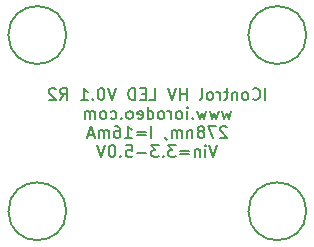
<source format=gbo>
%TF.GenerationSoftware,KiCad,Pcbnew,7.0.10-7.0.10~ubuntu22.04.1*%
%TF.CreationDate,2024-06-21T11:37:20-07:00*%
%TF.ProjectId,278nm_ELUC3535NUB_16mA,3237386e-6d5f-4454-9c55-43333533354e,rev?*%
%TF.SameCoordinates,Original*%
%TF.FileFunction,Legend,Bot*%
%TF.FilePolarity,Positive*%
%FSLAX46Y46*%
G04 Gerber Fmt 4.6, Leading zero omitted, Abs format (unit mm)*
G04 Created by KiCad (PCBNEW 7.0.10-7.0.10~ubuntu22.04.1) date 2024-06-21 11:37:20*
%MOMM*%
%LPD*%
G01*
G04 APERTURE LIST*
%ADD10C,0.150000*%
G04 APERTURE END LIST*
D10*
X71842857Y-58039819D02*
X71842857Y-57039819D01*
X70795239Y-57944580D02*
X70842858Y-57992200D01*
X70842858Y-57992200D02*
X70985715Y-58039819D01*
X70985715Y-58039819D02*
X71080953Y-58039819D01*
X71080953Y-58039819D02*
X71223810Y-57992200D01*
X71223810Y-57992200D02*
X71319048Y-57896961D01*
X71319048Y-57896961D02*
X71366667Y-57801723D01*
X71366667Y-57801723D02*
X71414286Y-57611247D01*
X71414286Y-57611247D02*
X71414286Y-57468390D01*
X71414286Y-57468390D02*
X71366667Y-57277914D01*
X71366667Y-57277914D02*
X71319048Y-57182676D01*
X71319048Y-57182676D02*
X71223810Y-57087438D01*
X71223810Y-57087438D02*
X71080953Y-57039819D01*
X71080953Y-57039819D02*
X70985715Y-57039819D01*
X70985715Y-57039819D02*
X70842858Y-57087438D01*
X70842858Y-57087438D02*
X70795239Y-57135057D01*
X70223810Y-58039819D02*
X70319048Y-57992200D01*
X70319048Y-57992200D02*
X70366667Y-57944580D01*
X70366667Y-57944580D02*
X70414286Y-57849342D01*
X70414286Y-57849342D02*
X70414286Y-57563628D01*
X70414286Y-57563628D02*
X70366667Y-57468390D01*
X70366667Y-57468390D02*
X70319048Y-57420771D01*
X70319048Y-57420771D02*
X70223810Y-57373152D01*
X70223810Y-57373152D02*
X70080953Y-57373152D01*
X70080953Y-57373152D02*
X69985715Y-57420771D01*
X69985715Y-57420771D02*
X69938096Y-57468390D01*
X69938096Y-57468390D02*
X69890477Y-57563628D01*
X69890477Y-57563628D02*
X69890477Y-57849342D01*
X69890477Y-57849342D02*
X69938096Y-57944580D01*
X69938096Y-57944580D02*
X69985715Y-57992200D01*
X69985715Y-57992200D02*
X70080953Y-58039819D01*
X70080953Y-58039819D02*
X70223810Y-58039819D01*
X69461905Y-57373152D02*
X69461905Y-58039819D01*
X69461905Y-57468390D02*
X69414286Y-57420771D01*
X69414286Y-57420771D02*
X69319048Y-57373152D01*
X69319048Y-57373152D02*
X69176191Y-57373152D01*
X69176191Y-57373152D02*
X69080953Y-57420771D01*
X69080953Y-57420771D02*
X69033334Y-57516009D01*
X69033334Y-57516009D02*
X69033334Y-58039819D01*
X68700000Y-57373152D02*
X68319048Y-57373152D01*
X68557143Y-57039819D02*
X68557143Y-57896961D01*
X68557143Y-57896961D02*
X68509524Y-57992200D01*
X68509524Y-57992200D02*
X68414286Y-58039819D01*
X68414286Y-58039819D02*
X68319048Y-58039819D01*
X67985714Y-58039819D02*
X67985714Y-57373152D01*
X67985714Y-57563628D02*
X67938095Y-57468390D01*
X67938095Y-57468390D02*
X67890476Y-57420771D01*
X67890476Y-57420771D02*
X67795238Y-57373152D01*
X67795238Y-57373152D02*
X67700000Y-57373152D01*
X67223809Y-58039819D02*
X67319047Y-57992200D01*
X67319047Y-57992200D02*
X67366666Y-57944580D01*
X67366666Y-57944580D02*
X67414285Y-57849342D01*
X67414285Y-57849342D02*
X67414285Y-57563628D01*
X67414285Y-57563628D02*
X67366666Y-57468390D01*
X67366666Y-57468390D02*
X67319047Y-57420771D01*
X67319047Y-57420771D02*
X67223809Y-57373152D01*
X67223809Y-57373152D02*
X67080952Y-57373152D01*
X67080952Y-57373152D02*
X66985714Y-57420771D01*
X66985714Y-57420771D02*
X66938095Y-57468390D01*
X66938095Y-57468390D02*
X66890476Y-57563628D01*
X66890476Y-57563628D02*
X66890476Y-57849342D01*
X66890476Y-57849342D02*
X66938095Y-57944580D01*
X66938095Y-57944580D02*
X66985714Y-57992200D01*
X66985714Y-57992200D02*
X67080952Y-58039819D01*
X67080952Y-58039819D02*
X67223809Y-58039819D01*
X66319047Y-58039819D02*
X66414285Y-57992200D01*
X66414285Y-57992200D02*
X66461904Y-57896961D01*
X66461904Y-57896961D02*
X66461904Y-57039819D01*
X65176189Y-58039819D02*
X65176189Y-57039819D01*
X65176189Y-57516009D02*
X64604761Y-57516009D01*
X64604761Y-58039819D02*
X64604761Y-57039819D01*
X64271427Y-57039819D02*
X63938094Y-58039819D01*
X63938094Y-58039819D02*
X63604761Y-57039819D01*
X62033332Y-58039819D02*
X62509522Y-58039819D01*
X62509522Y-58039819D02*
X62509522Y-57039819D01*
X61699998Y-57516009D02*
X61366665Y-57516009D01*
X61223808Y-58039819D02*
X61699998Y-58039819D01*
X61699998Y-58039819D02*
X61699998Y-57039819D01*
X61699998Y-57039819D02*
X61223808Y-57039819D01*
X60795236Y-58039819D02*
X60795236Y-57039819D01*
X60795236Y-57039819D02*
X60557141Y-57039819D01*
X60557141Y-57039819D02*
X60414284Y-57087438D01*
X60414284Y-57087438D02*
X60319046Y-57182676D01*
X60319046Y-57182676D02*
X60271427Y-57277914D01*
X60271427Y-57277914D02*
X60223808Y-57468390D01*
X60223808Y-57468390D02*
X60223808Y-57611247D01*
X60223808Y-57611247D02*
X60271427Y-57801723D01*
X60271427Y-57801723D02*
X60319046Y-57896961D01*
X60319046Y-57896961D02*
X60414284Y-57992200D01*
X60414284Y-57992200D02*
X60557141Y-58039819D01*
X60557141Y-58039819D02*
X60795236Y-58039819D01*
X59176188Y-57039819D02*
X58842855Y-58039819D01*
X58842855Y-58039819D02*
X58509522Y-57039819D01*
X57985712Y-57039819D02*
X57890474Y-57039819D01*
X57890474Y-57039819D02*
X57795236Y-57087438D01*
X57795236Y-57087438D02*
X57747617Y-57135057D01*
X57747617Y-57135057D02*
X57699998Y-57230295D01*
X57699998Y-57230295D02*
X57652379Y-57420771D01*
X57652379Y-57420771D02*
X57652379Y-57658866D01*
X57652379Y-57658866D02*
X57699998Y-57849342D01*
X57699998Y-57849342D02*
X57747617Y-57944580D01*
X57747617Y-57944580D02*
X57795236Y-57992200D01*
X57795236Y-57992200D02*
X57890474Y-58039819D01*
X57890474Y-58039819D02*
X57985712Y-58039819D01*
X57985712Y-58039819D02*
X58080950Y-57992200D01*
X58080950Y-57992200D02*
X58128569Y-57944580D01*
X58128569Y-57944580D02*
X58176188Y-57849342D01*
X58176188Y-57849342D02*
X58223807Y-57658866D01*
X58223807Y-57658866D02*
X58223807Y-57420771D01*
X58223807Y-57420771D02*
X58176188Y-57230295D01*
X58176188Y-57230295D02*
X58128569Y-57135057D01*
X58128569Y-57135057D02*
X58080950Y-57087438D01*
X58080950Y-57087438D02*
X57985712Y-57039819D01*
X57223807Y-57944580D02*
X57176188Y-57992200D01*
X57176188Y-57992200D02*
X57223807Y-58039819D01*
X57223807Y-58039819D02*
X57271426Y-57992200D01*
X57271426Y-57992200D02*
X57223807Y-57944580D01*
X57223807Y-57944580D02*
X57223807Y-58039819D01*
X56223808Y-58039819D02*
X56795236Y-58039819D01*
X56509522Y-58039819D02*
X56509522Y-57039819D01*
X56509522Y-57039819D02*
X56604760Y-57182676D01*
X56604760Y-57182676D02*
X56699998Y-57277914D01*
X56699998Y-57277914D02*
X56795236Y-57325533D01*
X54461903Y-58039819D02*
X54795236Y-57563628D01*
X55033331Y-58039819D02*
X55033331Y-57039819D01*
X55033331Y-57039819D02*
X54652379Y-57039819D01*
X54652379Y-57039819D02*
X54557141Y-57087438D01*
X54557141Y-57087438D02*
X54509522Y-57135057D01*
X54509522Y-57135057D02*
X54461903Y-57230295D01*
X54461903Y-57230295D02*
X54461903Y-57373152D01*
X54461903Y-57373152D02*
X54509522Y-57468390D01*
X54509522Y-57468390D02*
X54557141Y-57516009D01*
X54557141Y-57516009D02*
X54652379Y-57563628D01*
X54652379Y-57563628D02*
X55033331Y-57563628D01*
X54080950Y-57135057D02*
X54033331Y-57087438D01*
X54033331Y-57087438D02*
X53938093Y-57039819D01*
X53938093Y-57039819D02*
X53699998Y-57039819D01*
X53699998Y-57039819D02*
X53604760Y-57087438D01*
X53604760Y-57087438D02*
X53557141Y-57135057D01*
X53557141Y-57135057D02*
X53509522Y-57230295D01*
X53509522Y-57230295D02*
X53509522Y-57325533D01*
X53509522Y-57325533D02*
X53557141Y-57468390D01*
X53557141Y-57468390D02*
X54128569Y-58039819D01*
X54128569Y-58039819D02*
X53509522Y-58039819D01*
X68938094Y-58983152D02*
X68747618Y-59649819D01*
X68747618Y-59649819D02*
X68557142Y-59173628D01*
X68557142Y-59173628D02*
X68366666Y-59649819D01*
X68366666Y-59649819D02*
X68176190Y-58983152D01*
X67890475Y-58983152D02*
X67699999Y-59649819D01*
X67699999Y-59649819D02*
X67509523Y-59173628D01*
X67509523Y-59173628D02*
X67319047Y-59649819D01*
X67319047Y-59649819D02*
X67128571Y-58983152D01*
X66842856Y-58983152D02*
X66652380Y-59649819D01*
X66652380Y-59649819D02*
X66461904Y-59173628D01*
X66461904Y-59173628D02*
X66271428Y-59649819D01*
X66271428Y-59649819D02*
X66080952Y-58983152D01*
X65699999Y-59554580D02*
X65652380Y-59602200D01*
X65652380Y-59602200D02*
X65699999Y-59649819D01*
X65699999Y-59649819D02*
X65747618Y-59602200D01*
X65747618Y-59602200D02*
X65699999Y-59554580D01*
X65699999Y-59554580D02*
X65699999Y-59649819D01*
X65223809Y-59649819D02*
X65223809Y-58983152D01*
X65223809Y-58649819D02*
X65271428Y-58697438D01*
X65271428Y-58697438D02*
X65223809Y-58745057D01*
X65223809Y-58745057D02*
X65176190Y-58697438D01*
X65176190Y-58697438D02*
X65223809Y-58649819D01*
X65223809Y-58649819D02*
X65223809Y-58745057D01*
X64604762Y-59649819D02*
X64700000Y-59602200D01*
X64700000Y-59602200D02*
X64747619Y-59554580D01*
X64747619Y-59554580D02*
X64795238Y-59459342D01*
X64795238Y-59459342D02*
X64795238Y-59173628D01*
X64795238Y-59173628D02*
X64747619Y-59078390D01*
X64747619Y-59078390D02*
X64700000Y-59030771D01*
X64700000Y-59030771D02*
X64604762Y-58983152D01*
X64604762Y-58983152D02*
X64461905Y-58983152D01*
X64461905Y-58983152D02*
X64366667Y-59030771D01*
X64366667Y-59030771D02*
X64319048Y-59078390D01*
X64319048Y-59078390D02*
X64271429Y-59173628D01*
X64271429Y-59173628D02*
X64271429Y-59459342D01*
X64271429Y-59459342D02*
X64319048Y-59554580D01*
X64319048Y-59554580D02*
X64366667Y-59602200D01*
X64366667Y-59602200D02*
X64461905Y-59649819D01*
X64461905Y-59649819D02*
X64604762Y-59649819D01*
X63842857Y-59649819D02*
X63842857Y-58983152D01*
X63842857Y-59173628D02*
X63795238Y-59078390D01*
X63795238Y-59078390D02*
X63747619Y-59030771D01*
X63747619Y-59030771D02*
X63652381Y-58983152D01*
X63652381Y-58983152D02*
X63557143Y-58983152D01*
X63080952Y-59649819D02*
X63176190Y-59602200D01*
X63176190Y-59602200D02*
X63223809Y-59554580D01*
X63223809Y-59554580D02*
X63271428Y-59459342D01*
X63271428Y-59459342D02*
X63271428Y-59173628D01*
X63271428Y-59173628D02*
X63223809Y-59078390D01*
X63223809Y-59078390D02*
X63176190Y-59030771D01*
X63176190Y-59030771D02*
X63080952Y-58983152D01*
X63080952Y-58983152D02*
X62938095Y-58983152D01*
X62938095Y-58983152D02*
X62842857Y-59030771D01*
X62842857Y-59030771D02*
X62795238Y-59078390D01*
X62795238Y-59078390D02*
X62747619Y-59173628D01*
X62747619Y-59173628D02*
X62747619Y-59459342D01*
X62747619Y-59459342D02*
X62795238Y-59554580D01*
X62795238Y-59554580D02*
X62842857Y-59602200D01*
X62842857Y-59602200D02*
X62938095Y-59649819D01*
X62938095Y-59649819D02*
X63080952Y-59649819D01*
X61890476Y-59649819D02*
X61890476Y-58649819D01*
X61890476Y-59602200D02*
X61985714Y-59649819D01*
X61985714Y-59649819D02*
X62176190Y-59649819D01*
X62176190Y-59649819D02*
X62271428Y-59602200D01*
X62271428Y-59602200D02*
X62319047Y-59554580D01*
X62319047Y-59554580D02*
X62366666Y-59459342D01*
X62366666Y-59459342D02*
X62366666Y-59173628D01*
X62366666Y-59173628D02*
X62319047Y-59078390D01*
X62319047Y-59078390D02*
X62271428Y-59030771D01*
X62271428Y-59030771D02*
X62176190Y-58983152D01*
X62176190Y-58983152D02*
X61985714Y-58983152D01*
X61985714Y-58983152D02*
X61890476Y-59030771D01*
X61033333Y-59602200D02*
X61128571Y-59649819D01*
X61128571Y-59649819D02*
X61319047Y-59649819D01*
X61319047Y-59649819D02*
X61414285Y-59602200D01*
X61414285Y-59602200D02*
X61461904Y-59506961D01*
X61461904Y-59506961D02*
X61461904Y-59126009D01*
X61461904Y-59126009D02*
X61414285Y-59030771D01*
X61414285Y-59030771D02*
X61319047Y-58983152D01*
X61319047Y-58983152D02*
X61128571Y-58983152D01*
X61128571Y-58983152D02*
X61033333Y-59030771D01*
X61033333Y-59030771D02*
X60985714Y-59126009D01*
X60985714Y-59126009D02*
X60985714Y-59221247D01*
X60985714Y-59221247D02*
X61461904Y-59316485D01*
X60414285Y-59649819D02*
X60509523Y-59602200D01*
X60509523Y-59602200D02*
X60557142Y-59554580D01*
X60557142Y-59554580D02*
X60604761Y-59459342D01*
X60604761Y-59459342D02*
X60604761Y-59173628D01*
X60604761Y-59173628D02*
X60557142Y-59078390D01*
X60557142Y-59078390D02*
X60509523Y-59030771D01*
X60509523Y-59030771D02*
X60414285Y-58983152D01*
X60414285Y-58983152D02*
X60271428Y-58983152D01*
X60271428Y-58983152D02*
X60176190Y-59030771D01*
X60176190Y-59030771D02*
X60128571Y-59078390D01*
X60128571Y-59078390D02*
X60080952Y-59173628D01*
X60080952Y-59173628D02*
X60080952Y-59459342D01*
X60080952Y-59459342D02*
X60128571Y-59554580D01*
X60128571Y-59554580D02*
X60176190Y-59602200D01*
X60176190Y-59602200D02*
X60271428Y-59649819D01*
X60271428Y-59649819D02*
X60414285Y-59649819D01*
X59652380Y-59554580D02*
X59604761Y-59602200D01*
X59604761Y-59602200D02*
X59652380Y-59649819D01*
X59652380Y-59649819D02*
X59699999Y-59602200D01*
X59699999Y-59602200D02*
X59652380Y-59554580D01*
X59652380Y-59554580D02*
X59652380Y-59649819D01*
X58747619Y-59602200D02*
X58842857Y-59649819D01*
X58842857Y-59649819D02*
X59033333Y-59649819D01*
X59033333Y-59649819D02*
X59128571Y-59602200D01*
X59128571Y-59602200D02*
X59176190Y-59554580D01*
X59176190Y-59554580D02*
X59223809Y-59459342D01*
X59223809Y-59459342D02*
X59223809Y-59173628D01*
X59223809Y-59173628D02*
X59176190Y-59078390D01*
X59176190Y-59078390D02*
X59128571Y-59030771D01*
X59128571Y-59030771D02*
X59033333Y-58983152D01*
X59033333Y-58983152D02*
X58842857Y-58983152D01*
X58842857Y-58983152D02*
X58747619Y-59030771D01*
X58176190Y-59649819D02*
X58271428Y-59602200D01*
X58271428Y-59602200D02*
X58319047Y-59554580D01*
X58319047Y-59554580D02*
X58366666Y-59459342D01*
X58366666Y-59459342D02*
X58366666Y-59173628D01*
X58366666Y-59173628D02*
X58319047Y-59078390D01*
X58319047Y-59078390D02*
X58271428Y-59030771D01*
X58271428Y-59030771D02*
X58176190Y-58983152D01*
X58176190Y-58983152D02*
X58033333Y-58983152D01*
X58033333Y-58983152D02*
X57938095Y-59030771D01*
X57938095Y-59030771D02*
X57890476Y-59078390D01*
X57890476Y-59078390D02*
X57842857Y-59173628D01*
X57842857Y-59173628D02*
X57842857Y-59459342D01*
X57842857Y-59459342D02*
X57890476Y-59554580D01*
X57890476Y-59554580D02*
X57938095Y-59602200D01*
X57938095Y-59602200D02*
X58033333Y-59649819D01*
X58033333Y-59649819D02*
X58176190Y-59649819D01*
X57414285Y-59649819D02*
X57414285Y-58983152D01*
X57414285Y-59078390D02*
X57366666Y-59030771D01*
X57366666Y-59030771D02*
X57271428Y-58983152D01*
X57271428Y-58983152D02*
X57128571Y-58983152D01*
X57128571Y-58983152D02*
X57033333Y-59030771D01*
X57033333Y-59030771D02*
X56985714Y-59126009D01*
X56985714Y-59126009D02*
X56985714Y-59649819D01*
X56985714Y-59126009D02*
X56938095Y-59030771D01*
X56938095Y-59030771D02*
X56842857Y-58983152D01*
X56842857Y-58983152D02*
X56700000Y-58983152D01*
X56700000Y-58983152D02*
X56604761Y-59030771D01*
X56604761Y-59030771D02*
X56557142Y-59126009D01*
X56557142Y-59126009D02*
X56557142Y-59649819D01*
X68580951Y-60355057D02*
X68533332Y-60307438D01*
X68533332Y-60307438D02*
X68438094Y-60259819D01*
X68438094Y-60259819D02*
X68199999Y-60259819D01*
X68199999Y-60259819D02*
X68104761Y-60307438D01*
X68104761Y-60307438D02*
X68057142Y-60355057D01*
X68057142Y-60355057D02*
X68009523Y-60450295D01*
X68009523Y-60450295D02*
X68009523Y-60545533D01*
X68009523Y-60545533D02*
X68057142Y-60688390D01*
X68057142Y-60688390D02*
X68628570Y-61259819D01*
X68628570Y-61259819D02*
X68009523Y-61259819D01*
X67676189Y-60259819D02*
X67009523Y-60259819D01*
X67009523Y-60259819D02*
X67438094Y-61259819D01*
X66485713Y-60688390D02*
X66580951Y-60640771D01*
X66580951Y-60640771D02*
X66628570Y-60593152D01*
X66628570Y-60593152D02*
X66676189Y-60497914D01*
X66676189Y-60497914D02*
X66676189Y-60450295D01*
X66676189Y-60450295D02*
X66628570Y-60355057D01*
X66628570Y-60355057D02*
X66580951Y-60307438D01*
X66580951Y-60307438D02*
X66485713Y-60259819D01*
X66485713Y-60259819D02*
X66295237Y-60259819D01*
X66295237Y-60259819D02*
X66199999Y-60307438D01*
X66199999Y-60307438D02*
X66152380Y-60355057D01*
X66152380Y-60355057D02*
X66104761Y-60450295D01*
X66104761Y-60450295D02*
X66104761Y-60497914D01*
X66104761Y-60497914D02*
X66152380Y-60593152D01*
X66152380Y-60593152D02*
X66199999Y-60640771D01*
X66199999Y-60640771D02*
X66295237Y-60688390D01*
X66295237Y-60688390D02*
X66485713Y-60688390D01*
X66485713Y-60688390D02*
X66580951Y-60736009D01*
X66580951Y-60736009D02*
X66628570Y-60783628D01*
X66628570Y-60783628D02*
X66676189Y-60878866D01*
X66676189Y-60878866D02*
X66676189Y-61069342D01*
X66676189Y-61069342D02*
X66628570Y-61164580D01*
X66628570Y-61164580D02*
X66580951Y-61212200D01*
X66580951Y-61212200D02*
X66485713Y-61259819D01*
X66485713Y-61259819D02*
X66295237Y-61259819D01*
X66295237Y-61259819D02*
X66199999Y-61212200D01*
X66199999Y-61212200D02*
X66152380Y-61164580D01*
X66152380Y-61164580D02*
X66104761Y-61069342D01*
X66104761Y-61069342D02*
X66104761Y-60878866D01*
X66104761Y-60878866D02*
X66152380Y-60783628D01*
X66152380Y-60783628D02*
X66199999Y-60736009D01*
X66199999Y-60736009D02*
X66295237Y-60688390D01*
X65676189Y-60593152D02*
X65676189Y-61259819D01*
X65676189Y-60688390D02*
X65628570Y-60640771D01*
X65628570Y-60640771D02*
X65533332Y-60593152D01*
X65533332Y-60593152D02*
X65390475Y-60593152D01*
X65390475Y-60593152D02*
X65295237Y-60640771D01*
X65295237Y-60640771D02*
X65247618Y-60736009D01*
X65247618Y-60736009D02*
X65247618Y-61259819D01*
X64771427Y-61259819D02*
X64771427Y-60593152D01*
X64771427Y-60688390D02*
X64723808Y-60640771D01*
X64723808Y-60640771D02*
X64628570Y-60593152D01*
X64628570Y-60593152D02*
X64485713Y-60593152D01*
X64485713Y-60593152D02*
X64390475Y-60640771D01*
X64390475Y-60640771D02*
X64342856Y-60736009D01*
X64342856Y-60736009D02*
X64342856Y-61259819D01*
X64342856Y-60736009D02*
X64295237Y-60640771D01*
X64295237Y-60640771D02*
X64199999Y-60593152D01*
X64199999Y-60593152D02*
X64057142Y-60593152D01*
X64057142Y-60593152D02*
X63961903Y-60640771D01*
X63961903Y-60640771D02*
X63914284Y-60736009D01*
X63914284Y-60736009D02*
X63914284Y-61259819D01*
X63390475Y-61212200D02*
X63390475Y-61259819D01*
X63390475Y-61259819D02*
X63438094Y-61355057D01*
X63438094Y-61355057D02*
X63485713Y-61402676D01*
X62199999Y-61259819D02*
X62199999Y-60259819D01*
X61723809Y-60736009D02*
X60961905Y-60736009D01*
X60961905Y-61021723D02*
X61723809Y-61021723D01*
X59961905Y-61259819D02*
X60533333Y-61259819D01*
X60247619Y-61259819D02*
X60247619Y-60259819D01*
X60247619Y-60259819D02*
X60342857Y-60402676D01*
X60342857Y-60402676D02*
X60438095Y-60497914D01*
X60438095Y-60497914D02*
X60533333Y-60545533D01*
X59104762Y-60259819D02*
X59295238Y-60259819D01*
X59295238Y-60259819D02*
X59390476Y-60307438D01*
X59390476Y-60307438D02*
X59438095Y-60355057D01*
X59438095Y-60355057D02*
X59533333Y-60497914D01*
X59533333Y-60497914D02*
X59580952Y-60688390D01*
X59580952Y-60688390D02*
X59580952Y-61069342D01*
X59580952Y-61069342D02*
X59533333Y-61164580D01*
X59533333Y-61164580D02*
X59485714Y-61212200D01*
X59485714Y-61212200D02*
X59390476Y-61259819D01*
X59390476Y-61259819D02*
X59200000Y-61259819D01*
X59200000Y-61259819D02*
X59104762Y-61212200D01*
X59104762Y-61212200D02*
X59057143Y-61164580D01*
X59057143Y-61164580D02*
X59009524Y-61069342D01*
X59009524Y-61069342D02*
X59009524Y-60831247D01*
X59009524Y-60831247D02*
X59057143Y-60736009D01*
X59057143Y-60736009D02*
X59104762Y-60688390D01*
X59104762Y-60688390D02*
X59200000Y-60640771D01*
X59200000Y-60640771D02*
X59390476Y-60640771D01*
X59390476Y-60640771D02*
X59485714Y-60688390D01*
X59485714Y-60688390D02*
X59533333Y-60736009D01*
X59533333Y-60736009D02*
X59580952Y-60831247D01*
X58580952Y-61259819D02*
X58580952Y-60593152D01*
X58580952Y-60688390D02*
X58533333Y-60640771D01*
X58533333Y-60640771D02*
X58438095Y-60593152D01*
X58438095Y-60593152D02*
X58295238Y-60593152D01*
X58295238Y-60593152D02*
X58200000Y-60640771D01*
X58200000Y-60640771D02*
X58152381Y-60736009D01*
X58152381Y-60736009D02*
X58152381Y-61259819D01*
X58152381Y-60736009D02*
X58104762Y-60640771D01*
X58104762Y-60640771D02*
X58009524Y-60593152D01*
X58009524Y-60593152D02*
X57866667Y-60593152D01*
X57866667Y-60593152D02*
X57771428Y-60640771D01*
X57771428Y-60640771D02*
X57723809Y-60736009D01*
X57723809Y-60736009D02*
X57723809Y-61259819D01*
X57295238Y-60974104D02*
X56819048Y-60974104D01*
X57390476Y-61259819D02*
X57057143Y-60259819D01*
X57057143Y-60259819D02*
X56723810Y-61259819D01*
X67771427Y-61869819D02*
X67438094Y-62869819D01*
X67438094Y-62869819D02*
X67104761Y-61869819D01*
X66771427Y-62869819D02*
X66771427Y-62203152D01*
X66771427Y-61869819D02*
X66819046Y-61917438D01*
X66819046Y-61917438D02*
X66771427Y-61965057D01*
X66771427Y-61965057D02*
X66723808Y-61917438D01*
X66723808Y-61917438D02*
X66771427Y-61869819D01*
X66771427Y-61869819D02*
X66771427Y-61965057D01*
X66295237Y-62203152D02*
X66295237Y-62869819D01*
X66295237Y-62298390D02*
X66247618Y-62250771D01*
X66247618Y-62250771D02*
X66152380Y-62203152D01*
X66152380Y-62203152D02*
X66009523Y-62203152D01*
X66009523Y-62203152D02*
X65914285Y-62250771D01*
X65914285Y-62250771D02*
X65866666Y-62346009D01*
X65866666Y-62346009D02*
X65866666Y-62869819D01*
X65390475Y-62346009D02*
X64628571Y-62346009D01*
X64628571Y-62631723D02*
X65390475Y-62631723D01*
X64247618Y-61869819D02*
X63628571Y-61869819D01*
X63628571Y-61869819D02*
X63961904Y-62250771D01*
X63961904Y-62250771D02*
X63819047Y-62250771D01*
X63819047Y-62250771D02*
X63723809Y-62298390D01*
X63723809Y-62298390D02*
X63676190Y-62346009D01*
X63676190Y-62346009D02*
X63628571Y-62441247D01*
X63628571Y-62441247D02*
X63628571Y-62679342D01*
X63628571Y-62679342D02*
X63676190Y-62774580D01*
X63676190Y-62774580D02*
X63723809Y-62822200D01*
X63723809Y-62822200D02*
X63819047Y-62869819D01*
X63819047Y-62869819D02*
X64104761Y-62869819D01*
X64104761Y-62869819D02*
X64199999Y-62822200D01*
X64199999Y-62822200D02*
X64247618Y-62774580D01*
X63199999Y-62774580D02*
X63152380Y-62822200D01*
X63152380Y-62822200D02*
X63199999Y-62869819D01*
X63199999Y-62869819D02*
X63247618Y-62822200D01*
X63247618Y-62822200D02*
X63199999Y-62774580D01*
X63199999Y-62774580D02*
X63199999Y-62869819D01*
X62819047Y-61869819D02*
X62200000Y-61869819D01*
X62200000Y-61869819D02*
X62533333Y-62250771D01*
X62533333Y-62250771D02*
X62390476Y-62250771D01*
X62390476Y-62250771D02*
X62295238Y-62298390D01*
X62295238Y-62298390D02*
X62247619Y-62346009D01*
X62247619Y-62346009D02*
X62200000Y-62441247D01*
X62200000Y-62441247D02*
X62200000Y-62679342D01*
X62200000Y-62679342D02*
X62247619Y-62774580D01*
X62247619Y-62774580D02*
X62295238Y-62822200D01*
X62295238Y-62822200D02*
X62390476Y-62869819D01*
X62390476Y-62869819D02*
X62676190Y-62869819D01*
X62676190Y-62869819D02*
X62771428Y-62822200D01*
X62771428Y-62822200D02*
X62819047Y-62774580D01*
X61771428Y-62488866D02*
X61009524Y-62488866D01*
X60057143Y-61869819D02*
X60533333Y-61869819D01*
X60533333Y-61869819D02*
X60580952Y-62346009D01*
X60580952Y-62346009D02*
X60533333Y-62298390D01*
X60533333Y-62298390D02*
X60438095Y-62250771D01*
X60438095Y-62250771D02*
X60200000Y-62250771D01*
X60200000Y-62250771D02*
X60104762Y-62298390D01*
X60104762Y-62298390D02*
X60057143Y-62346009D01*
X60057143Y-62346009D02*
X60009524Y-62441247D01*
X60009524Y-62441247D02*
X60009524Y-62679342D01*
X60009524Y-62679342D02*
X60057143Y-62774580D01*
X60057143Y-62774580D02*
X60104762Y-62822200D01*
X60104762Y-62822200D02*
X60200000Y-62869819D01*
X60200000Y-62869819D02*
X60438095Y-62869819D01*
X60438095Y-62869819D02*
X60533333Y-62822200D01*
X60533333Y-62822200D02*
X60580952Y-62774580D01*
X59580952Y-62774580D02*
X59533333Y-62822200D01*
X59533333Y-62822200D02*
X59580952Y-62869819D01*
X59580952Y-62869819D02*
X59628571Y-62822200D01*
X59628571Y-62822200D02*
X59580952Y-62774580D01*
X59580952Y-62774580D02*
X59580952Y-62869819D01*
X58914286Y-61869819D02*
X58819048Y-61869819D01*
X58819048Y-61869819D02*
X58723810Y-61917438D01*
X58723810Y-61917438D02*
X58676191Y-61965057D01*
X58676191Y-61965057D02*
X58628572Y-62060295D01*
X58628572Y-62060295D02*
X58580953Y-62250771D01*
X58580953Y-62250771D02*
X58580953Y-62488866D01*
X58580953Y-62488866D02*
X58628572Y-62679342D01*
X58628572Y-62679342D02*
X58676191Y-62774580D01*
X58676191Y-62774580D02*
X58723810Y-62822200D01*
X58723810Y-62822200D02*
X58819048Y-62869819D01*
X58819048Y-62869819D02*
X58914286Y-62869819D01*
X58914286Y-62869819D02*
X59009524Y-62822200D01*
X59009524Y-62822200D02*
X59057143Y-62774580D01*
X59057143Y-62774580D02*
X59104762Y-62679342D01*
X59104762Y-62679342D02*
X59152381Y-62488866D01*
X59152381Y-62488866D02*
X59152381Y-62250771D01*
X59152381Y-62250771D02*
X59104762Y-62060295D01*
X59104762Y-62060295D02*
X59057143Y-61965057D01*
X59057143Y-61965057D02*
X59009524Y-61917438D01*
X59009524Y-61917438D02*
X58914286Y-61869819D01*
X58295238Y-61869819D02*
X57961905Y-62869819D01*
X57961905Y-62869819D02*
X57628572Y-61869819D01*
%TO.C,M1*%
X54990000Y-52540000D02*
G75*
G03*
X50090000Y-52540000I-2450000J0D01*
G01*
X50090000Y-52540000D02*
G75*
G03*
X54990000Y-52540000I2450000J0D01*
G01*
%TO.C,M2*%
X75310000Y-52540000D02*
G75*
G03*
X70410000Y-52540000I-2450000J0D01*
G01*
X70410000Y-52540000D02*
G75*
G03*
X75310000Y-52540000I2450000J0D01*
G01*
%TO.C,M3*%
X75310000Y-67460000D02*
G75*
G03*
X70410000Y-67460000I-2450000J0D01*
G01*
X70410000Y-67460000D02*
G75*
G03*
X75310000Y-67460000I2450000J0D01*
G01*
%TO.C,M4*%
X54990000Y-67460000D02*
G75*
G03*
X50090000Y-67460000I-2450000J0D01*
G01*
X50090000Y-67460000D02*
G75*
G03*
X54990000Y-67460000I2450000J0D01*
G01*
%TD*%
M02*

</source>
